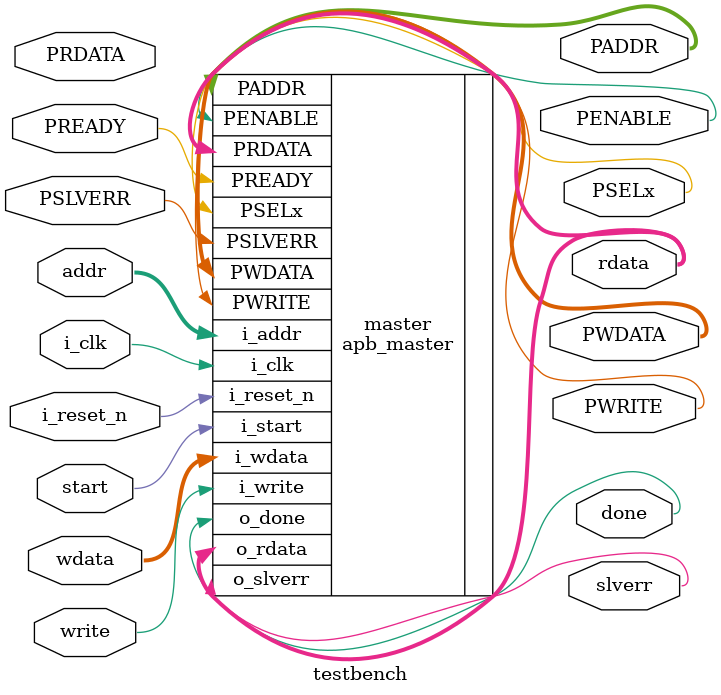
<source format=sv>
/*
 *  Copyright (C) 2024 fjpolo <fjpolo@gmail.com>
 *
 *  Permission to use, copy, modify, and/or distribute this software for any
 *  purpose with or without fee is hereby granted, provided that the above
 *  copyright notice and this permission notice appear in all copies.
 *
 *  THE SOFTWARE IS PROVIDED "AS IS" AND THE AUTHOR DISCLAIMS ALL WARRANTIES
 *  WITH REGARD TO THIS SOFTWARE INCLUDING ALL IMPLIED WARRANTIES OF
 *  MERCHANTABILITY AND FITNESS. IN NO EVENT SHALL THE AUTHOR BE LIABLE FOR
 *  ANY SPECIAL, DIRECT, INDIRECT, OR CONSEQUENTIAL DAMAGES OR ANY DAMAGES
 *  WHATSOEVER RESULTING FROM LOSS OF USE, DATA OR PROFITS, WHETHER IN AN
 *  ACTION OF CONTRACT, NEGLIGENCE OR OTHER TORTIOUS ACTION, ARISING OUT OF
 *  OR IN CONNECTION WITH THE USE OR PERFORMANCE OF THIS SOFTWARE.
 *
 */

module testbench (
		input 	wire 	[0:0]	i_clk,        // APB clock
		input 	wire 	[0:0]	i_reset_n,    // APB reset (active low)
		input 	wire 	[0:0]	start,      // Start signal to initiate a transaction
		input 	wire 	[31:0] 	addr,   	// Address for the transaction
		input 	wire 	[31:0] 	wdata,  	// Write data (for write transactions)
		input 	wire 	[31:0] 	addr,     	// Address for the transaction
		input 	wire 	[0:0]  	start,    	// Start signal to initiate a transaction
		input 	wire 	[0:0]  	write,    	// Write/read control (1 = write, 0 = read)
		output 	wire 	[0:0]  	done,     	// Transaction completion signal
		output 	wire 	[31:0] 	rdata,    	// Read data (for read transactions)
		output 	wire 	[0:0]  	slverr,   	// Slave error
		output  wire    [31:0]  PADDR,      // APB address
		output  wire    [0:0]   PWRITE,     // APB write/read control (1 = write, 0 = read)
		output  wire    [31:0]  PWDATA,     // APB write data
		output  wire    [0:0]   PSELx,      // APB slave select
		output  wire    [0:0]   PENABLE,    // APB enable
		input   wire    [31:0]  PRDATA,     // APB read data
		input   wire    [0:0]   PREADY,     // APB ready signal from slave
		input   wire    [0:0]   PSLVERR     // APB slave error signal
	  );  
		// Instantiate the APB master
		apb_master master (
		  .i_clk(i_clk),
		  .i_reset_n(i_reset_n),
		  .PADDR(PADDR),
		  .PWRITE(PWRITE),
		  .PWDATA(PWDATA),
		  .PSELx(PSELx),
		  .PENABLE(PENABLE),
		  .PRDATA(rdata),         // PRDATA is driven by the slave (not used here)
		  .PREADY(PREADY),
		  .PSLVERR(PSLVERR),
		  .i_start(start),
		  .i_addr(addr),
		  .i_wdata(wdata),
		  .i_write(write),
		  .o_done(done),
		  .o_rdata(rdata),
		  .o_slverr(slverr)
		);

		// f_past_valid register
		reg	f_past_valid;
		initial	f_past_valid = 0;
		always @(posedge i_clk)
			f_past_valid <= 1'b1;

		// Property: All outputs should be in a known state after reset
		always @(posedge i_clk) begin
			if ((!$past(i_reset_n))&&(i_reset_n)) begin
				assert(PADDR == 'h0);
				assert(PWDATA == 'h0);
				assert(!PWRITE);
				assert(!PSELx);
				assert(!PENABLE);
			end
		end

		// Property: After reset, the master and slave should be ready to accept new transactions
		always @(posedge i_clk) begin
			if ($rose(i_reset_n))
			  assert (!PSELx && !PENABLE);
		end

		//
		// 1. Basic APB Protocol Properties
		//
		// These properties ensure the master and slave adhere to the fundamental APB protocol rules.
		//

		// a. Signal Stability During Transfer
		//  -  Property: During a transfer (PSELx is high), the address (PADDR) and control signals 
		//    (PWRITE, PENABLE) must remain stable.
		always @(posedge i_clk) begin
			if($past(f_past_valid)&&(f_past_valid)&&($past(i_reset_n))&&(i_reset_n))
				if ((PSELx)&&($past(PSELx))) begin
					assert (PADDR   == $past(PADDR));
					assert (PSELx   == $past(PSELx));
					assert (PWRITE  == $past(PWRITE));
					assert (PENABLE);
				end
		end
	
		// b. PENABLE Timing
		//  - Property: PENABLE must only be high in the second cycle of a transfer.
		always @(posedge i_clk) begin
			if($past(f_past_valid)&&(f_past_valid)&&($past(i_reset_n))&&(i_reset_n))
				if ((PSELx)&&($past(PSELx))&&(!$past(PENABLE)))
					assert (PENABLE);
		end
	
		// c. Transfer Completion
		//  - Property: After PENABLE is high, the transfer completes, and PSELx and 
		//  PENABLE must deassert in the next cycle.
		always @(posedge i_clk) begin
			if($past(f_past_valid)&&(f_past_valid)&&($past(i_reset_n))&&(i_reset_n))
				if (($past(PSELx))&&($past(PENABLE))&&($past(PREADY)))
					assert ((!PSELx)&&!(PENABLE));
		end

		//
		// 2. Read/Write Transaction Properties
		// These properties ensure the master and slave handle read and write transactions correctly.
		//

		// a. Write Transaction
		//  - Property: During a write transaction (PWRITE is high), 
		//  the master must drive PWDATA when PENABLE is high.
		always @(posedge i_clk) begin
			if ((PSELx)&&(PWRITE)&&(PENABLE))
				if($past(f_past_valid)&&(f_past_valid)&&($past(i_reset_n))&&(i_reset_n))
					assert(PWDATA == $past(PWDATA));
		end   
	
		// b. Read Transaction
		//  - Property: During a read transaction (PWRITE is low), 
		//  the slave must drive PRDATA with the correct data when 
		//  PENABLE is high.
		always @(posedge i_clk) begin
			if($past(f_past_valid)&&(f_past_valid)&&($past(i_reset_n))&&(i_reset_n)) 
				if (($past(PSELx))&&(!$past(PWRITE))&&($past(PENABLE))&&($past(PREADY)))
					assert (o_rdata == $past(PRDATA));
		end

		//
		// 3. Error Handling Properties
		// These properties ensure the master and slave handle error conditions correctly.
		//
		always @(*)
			assert(o_slverr == PSLVERR);

		//
		// 4. Timing and Performance Properties
		// These properties ensure the master and slave meet timing requirements.
		//

		// // a. PREADY Assertion
		// //  - Property: The slave must assert PREADY within a specified number of 
		// //  cycles after PSELx is asserted.
		// always @(posedge PCLK) begin
		//     if (PSELx)
		//       assert (##[1:MAX_LATENCY] PREADY);
		// end
		
		// // b. Back-to-Back Transfers
		// //  - Property: The master and slave should handle back-to-back transfers without 
		// //  violating the protocol.
		// always @(posedge PCLK) begin
		//     if ((PSELx)&&(PENABLE))
		//       assert (##1 (PSELx)&&(!PENABLE) ##1 (PSELx)&&(PENABLE));
		// end

endmodule
</source>
